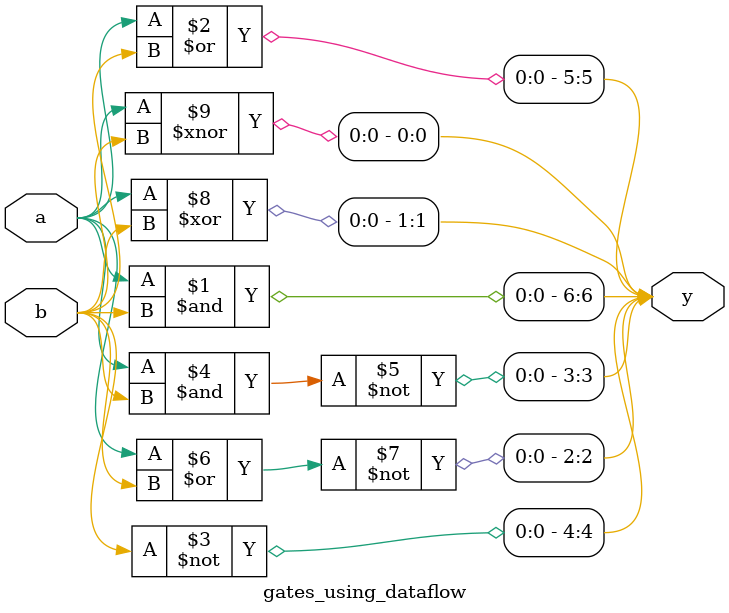
<source format=v>
module gates_using_dataflow(
	input a,b,
	output [6:0]y
);
assign y[6]=a&b;
assign y[5]=a|b;
assign y[4]=~b;
assign y[3]=~(a&b);
assign y[2]=~(a|b);
assign y[1]=a^b;
assign y[0]=a~^b;
endmodule

</source>
